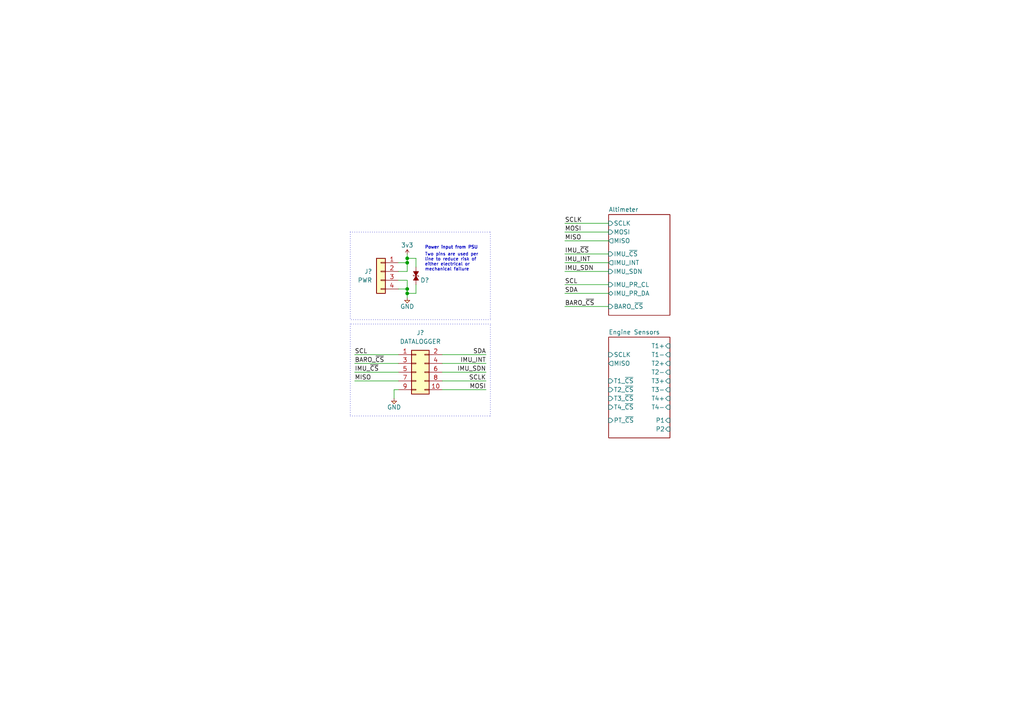
<source format=kicad_sch>
(kicad_sch (version 20211123) (generator eeschema)
  (paper "A4")
  (lib_symbols
    (symbol "Strix:3v3" (power) (pin_numbers hide) (pin_names (offset 1.016) hide)
      (property "Value" "3v3" (at 0 2.286 0))
      (symbol "3v3_0_1"
        (polyline (pts (xy 0 1.27) (xy 0.508 0.508)))
        (polyline (pts (xy 0 0) (xy 0 1.27) (xy -0.508 0.508)))
      )
      (symbol "3v3_1_1"
        (pin power_in line (at 0 0 180) (length 0) hide (name "3v3") (number "1"))
      )
    )
    (symbol "Strix:Conn_01x04" (pin_names (offset 1.016) hide)
      (property "Reference" "J" (at 0 5.08 0))
      (property "Value" "Conn_01x04" (at 0 -7.62 0))
      (symbol "Conn_01x04_1_1"
        (rectangle (start -1.27 -4.953) (end 0 -5.207) (stroke (width 0.1524)))
        (rectangle (start -1.27 -2.413) (end 0 -2.667) (stroke (width 0.1524)))
        (rectangle (start -1.27 0.127) (end 0 -0.127) (stroke (width 0.1524)))
        (rectangle (start -1.27 2.667) (end 0 2.413) (stroke (width 0.1524)))
        (rectangle (start -1.27 3.81) (end 1.27 -6.35) (stroke (width 0.254)) (fill (type background)))
        (pin passive line (at -5.08 2.54 0) (length 3.81) (name "Pin_1") (number "1"))
        (pin passive line (at -5.08 0 0) (length 3.81) (name "Pin_2") (number "2"))
        (pin passive line (at -5.08 -2.54 0) (length 3.81) (name "Pin_3") (number "3"))
        (pin passive line (at -5.08 -5.08 0) (length 3.81) (name "Pin_4") (number "4"))
      )
    )
    (symbol "Strix:Conn_02x05" (pin_names (offset 1.016) hide)
      (property "Reference" "J" (at 1.27 7.62 0))
      (property "Value" "Conn_02x05" (at 1.27 -7.62 0))
      (symbol "Conn_02x05_1_1"
        (rectangle (start -1.27 -4.953) (end 0 -5.207) (stroke (width 0.1524)))
        (rectangle (start -1.27 -2.413) (end 0 -2.667) (stroke (width 0.1524)))
        (rectangle (start -1.27 0.127) (end 0 -0.127) (stroke (width 0.1524)))
        (rectangle (start -1.27 2.667) (end 0 2.413) (stroke (width 0.1524)))
        (rectangle (start -1.27 5.207) (end 0 4.953) (stroke (width 0.1524)))
        (rectangle (start -1.27 6.35) (end 3.81 -6.35) (stroke (width 0.254)) (fill (type background)))
        (rectangle (start 3.81 -4.953) (end 2.54 -5.207) (stroke (width 0.1524)))
        (rectangle (start 3.81 -2.413) (end 2.54 -2.667) (stroke (width 0.1524)))
        (rectangle (start 3.81 0.127) (end 2.54 -0.127) (stroke (width 0.1524)))
        (rectangle (start 3.81 2.667) (end 2.54 2.413) (stroke (width 0.1524)))
        (rectangle (start 3.81 5.207) (end 2.54 4.953) (stroke (width 0.1524)))
        (pin passive line (at -5.08 5.08 0) (length 3.81) (name "Pin_1") (number "1"))
        (pin passive line (at 7.62 -5.08 180) (length 3.81) (name "Pin_10") (number "10"))
        (pin passive line (at 7.62 5.08 180) (length 3.81) (name "Pin_2") (number "2"))
        (pin passive line (at -5.08 2.54 0) (length 3.81) (name "Pin_3") (number "3"))
        (pin passive line (at 7.62 2.54 180) (length 3.81) (name "Pin_4") (number "4"))
        (pin passive line (at -5.08 0 0) (length 3.81) (name "Pin_5") (number "5"))
        (pin passive line (at 7.62 0 180) (length 3.81) (name "Pin_6") (number "6"))
        (pin passive line (at -5.08 -2.54 0) (length 3.81) (name "Pin_7") (number "7"))
        (pin passive line (at 7.62 -2.54 180) (length 3.81) (name "Pin_8") (number "8"))
        (pin passive line (at -5.08 -5.08 0) (length 3.81) (name "Pin_9") (number "9"))
      )
    )
    (symbol "Strix:D_ESD" (pin_numbers hide) (pin_names (offset 0) hide)
      (property "Reference" "D" (at -1.27 2.54 0))
      (symbol "D_ESD_0_1"
        (polyline (pts (xy 0 -0.762) (xy 0.254 -0.762)))
        (polyline (pts (xy 0 0.762) (xy -0.254 0.762)))
        (polyline (pts (xy 0 0.762) (xy 0 -0.762)))
        (polyline (pts (xy 0 0) (xy -1.27 0.762) (xy -1.27 -0.762) (xy 0 0)) (fill (type outline)))
        (polyline (pts (xy 0 0) (xy 1.27 0.762) (xy 1.27 -0.762) (xy 0 0)) (fill (type outline)))
      )
      (symbol "D_ESD_1_1"
        (pin passive line (at -2.54 0 0) (length 1.27) (name "1") (number "1"))
        (pin passive line (at 2.54 0 180) (length 1.27) (name "2") (number "2"))
      )
    )
    (symbol "Strix:GND" (power) (pin_numbers hide) (pin_names (offset 1.016) hide)
      (property "Value" "GND" (at 0 -2.54 0))
      (symbol "GND_0_1"
        (polyline (pts (xy 0 0) (xy 0 -0.762)))
        (polyline (pts (xy -0.762 -0.762) (xy 0.762 -0.762) (xy 0 -1.524) (xy -0.762 -0.762)) (fill (type background)))
      )
      (symbol "GND_1_1"
        (pin power_in line (at 0 0 180) (length 0) hide (name "GND") (number "1"))
      )
    )
  )
  (junction (at 118.11 85.09))
  (junction (at 118.11 74.93))
  (junction (at 118.11 76.2))
  (junction (at 118.11 83.82))
  (wire (pts (xy 114.3 113.03) (xy 115.57 113.03)))
  (wire (pts (xy 115.57 110.49) (xy 102.87 110.49)))
  (wire (pts (xy 114.3 113.03) (xy 114.3 115.57)))
  (wire (pts (xy 163.83 76.2) (xy 176.53 76.2)))
  (polyline (pts (xy 142.24 120.65) (xy 142.24 93.98)) (stroke (width 0) (type dot)))
  (wire (pts (xy 120.65 82.55) (xy 120.65 85.09)))
  (wire (pts (xy 163.83 88.9) (xy 176.53 88.9)))
  (wire (pts (xy 120.65 85.09) (xy 118.11 85.09)))
  (wire (pts (xy 163.83 85.09) (xy 176.53 85.09)))
  (wire (pts (xy 163.83 78.74) (xy 176.53 78.74)))
  (wire (pts (xy 140.97 105.41) (xy 128.27 105.41)))
  (wire (pts (xy 115.57 102.87) (xy 102.87 102.87)))
  (polyline (pts (xy 101.6 67.31) (xy 142.24 67.31)) (stroke (width 0) (type dot)))
  (wire (pts (xy 128.27 102.87) (xy 140.97 102.87)))
  (wire (pts (xy 163.83 64.77) (xy 176.53 64.77)))
  (polyline (pts (xy 142.24 93.98) (xy 101.6 93.98)) (stroke (width 0) (type dot)))
  (polyline (pts (xy 101.6 93.98) (xy 101.6 120.65)) (stroke (width 0) (type dot)))
  (wire (pts (xy 118.11 85.09) (xy 118.11 86.36)))
  (wire (pts (xy 115.57 78.74) (xy 118.11 78.74)))
  (wire (pts (xy 163.83 73.66) (xy 176.53 73.66)))
  (wire (pts (xy 102.87 107.95) (xy 115.57 107.95)))
  (wire (pts (xy 102.87 105.41) (xy 115.57 105.41)))
  (polyline (pts (xy 101.6 120.65) (xy 142.24 120.65)) (stroke (width 0) (type dot)))
  (polyline (pts (xy 142.24 67.31) (xy 142.24 92.71)) (stroke (width 0) (type dot)))
  (wire (pts (xy 128.27 113.03) (xy 140.97 113.03)))
  (wire (pts (xy 120.65 77.47) (xy 120.65 74.93)))
  (wire (pts (xy 120.65 74.93) (xy 118.11 74.93)))
  (wire (pts (xy 163.83 67.31) (xy 176.53 67.31)))
  (wire (pts (xy 163.83 82.55) (xy 176.53 82.55)))
  (polyline (pts (xy 142.24 92.71) (xy 101.6 92.71)) (stroke (width 0) (type dot)))
  (wire (pts (xy 140.97 107.95) (xy 128.27 107.95)))
  (wire (pts (xy 118.11 83.82) (xy 115.57 83.82)))
  (wire (pts (xy 128.27 110.49) (xy 140.97 110.49)))
  (wire (pts (xy 115.57 81.28) (xy 118.11 81.28)))
  (wire (pts (xy 118.11 73.66) (xy 118.11 74.93)))
  (wire (pts (xy 118.11 76.2) (xy 118.11 78.74)))
  (wire (pts (xy 118.11 74.93) (xy 118.11 76.2)))
  (wire (pts (xy 118.11 83.82) (xy 118.11 85.09)))
  (wire (pts (xy 118.11 76.2) (xy 115.57 76.2)))
  (wire (pts (xy 118.11 81.28) (xy 118.11 83.82)))
  (wire (pts (xy 163.83 69.85) (xy 176.53 69.85)))
  (polyline (pts (xy 101.6 67.31) (xy 101.6 92.71)) (stroke (width 0) (type dot)))
  (text "Two pins are used per\nline to reduce risk of\neither electrical or\nmechanical failure" (at 123.19 78.74 0) (effects (font (size 0.9 0.9)) (justify left bottom)))
  (text "Power input from PSU" (at 123.19 72.39 0) (effects (font (size 0.9 0.9) (thickness 0.18) bold) (justify left bottom)))
  (label "SCL" (at 163.83 82.55 0))
  (label "BARO_~{CS}" (at 163.83 88.9 0))
  (label "IMU_~{CS}" (at 163.83 73.66 0))
  (label "MISO" (at 163.83 69.85 0))
  (label "IMU_SDN" (at 163.83 78.74 0))
  (label "IMU_INT" (at 140.97 105.41 180))
  (label "SCLK" (at 163.83 64.77 0))
  (label "MOSI" (at 163.83 67.31 0))
  (label "SCLK" (at 140.97 110.49 180))
  (label "IMU_~{CS}" (at 102.87 107.95 0))
  (label "IMU_INT" (at 163.83 76.2 0))
  (label "SDA" (at 163.83 85.09 0))
  (label "MISO" (at 102.87 110.49 0))
  (label "SDA" (at 140.97 102.87 180))
  (label "MOSI" (at 140.97 113.03 180))
  (label "BARO_~{CS}" (at 102.87 105.41 0))
  (label "IMU_SDN" (at 140.97 107.95 180))
  (label "SCL" (at 102.87 102.87 0))
  (symbol (lib_id "Strix:3v3") (at 118.11 73.66 0) (unit 1)
    (property "Reference" "#PWR?" (effects hide))
    (property "Value" "3v3" (at 118.11 71.12 0))
  )
  (symbol (lib_id "Strix:Conn_02x05") (at 120.65 107.95 0) (unit 1)
    (property "Reference" "J?" (at 121.92 96.52 0))
    (property "Value" "DATALOGGER" (at 121.92 99.06 0))
    (property "Footprint" "Strix:Molex_Nano-Fit_105314-1110" (effects hide))
  )
  (symbol (lib_id "Strix:GND") (at 118.11 86.36 0) (unit 1)
    (property "Reference" "#PWR?" (effects hide))
    (property "Value" "GND" (at 118.11 88.9 0))
  )
  (symbol (lib_id "Strix:Conn_01x04") (at 110.49 78.74 0) (mirror y) (unit 1)
    (property "Reference" "J?" (at 107.95 78.7399 0) (effects (justify left)))
    (property "Value" "PWR" (at 107.95 81.2799 0) (effects (justify left)))
    (property "Footprint" "Strix:Molex_Nano-Fit_105313-1104" (effects hide))
  )
  (symbol (lib_id "Strix:GND") (at 114.3 115.57 0) (unit 1)
    (property "Reference" "#PWR?" (effects hide))
    (property "Value" "GND" (at 114.3 118.11 0))
  )
  (symbol (lib_id "Strix:D_ESD") (at 120.65 80.01 270) (mirror x) (unit 1)
    (property "Reference" "D?" (at 121.92 81.28 90) (effects (justify left)))
    (property "Value" "D_ESD" (effects hide))
    (property "Footprint" "Strix:D_0402" (effects hide))
    (property "Farnell" "2368169" (effects hide))
  )
  (sheet (at 176.53 97.79) (size 17.78 29.21) (stroke (width 0.1524))
    (property "Sheet name" "Engine Sensors" (at 176.53 97.0784 0) (effects (justify left bottom)))
    (property "Sheet file" "engine_sensors.kicad_sch" (effects hide))
    (pin "T3+" input (at 194.31 110.49 0))
    (pin "T3-" input (at 194.31 113.03 0))
    (pin "T4_~{CS}" input (at 176.53 118.11 180))
    (pin "T3_~{CS}" input (at 176.53 115.57 180))
    (pin "T4+" input (at 194.31 115.57 0))
    (pin "T4-" input (at 194.31 118.11 0))
    (pin "T1+" input (at 194.31 100.33 0))
    (pin "T1-" input (at 194.31 102.87 0))
    (pin "T2+" input (at 194.31 105.41 0))
    (pin "T2-" input (at 194.31 107.95 0))
    (pin "T2_~{CS}" input (at 176.53 113.03 180))
    (pin "T1_~{CS}" input (at 176.53 110.49 180))
    (pin "SCLK" input (at 176.53 102.87 180))
    (pin "MISO" output (at 176.53 105.41 180))
    (pin "P2" input (at 194.31 124.46 0))
    (pin "P1" input (at 194.31 121.92 0))
    (pin "PT_~{CS}" input (at 176.53 121.92 180))
  )
  (sheet (at 176.53 62.23) (size 17.78 29.21)
    (property "Sheet name" "Altimeter" (at 176.53 61.5184 0) (effects (justify left bottom)))
    (property "Sheet file" "altimeter.kicad_sch" (effects hide))
    (pin "BARO_~{CS}" input (at 176.53 88.9 180))
    (pin "IMU_INT" output (at 176.53 76.2 180))
    (pin "IMU_~{CS}" input (at 176.53 73.66 180))
    (pin "IMU_PR_CL" input (at 176.53 82.55 180))
    (pin "IMU_PR_DA" bidirectional (at 176.53 85.09 180))
    (pin "MISO" output (at 176.53 69.85 180))
    (pin "MOSI" input (at 176.53 67.31 180))
    (pin "SCLK" input (at 176.53 64.77 180))
    (pin "IMU_SDN" input (at 176.53 78.74 180))
  )
)
</source>
